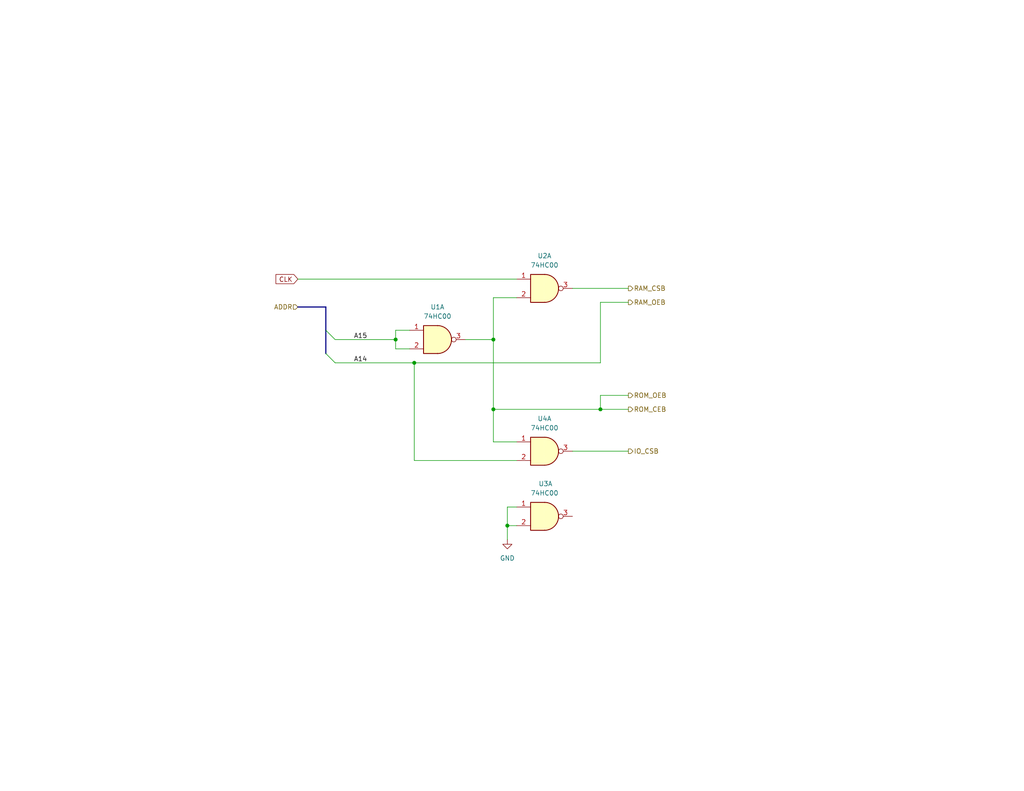
<source format=kicad_sch>
(kicad_sch (version 20231120) (generator "eeschema") (generator_version "8.0")
  (paper "A")
  (title_block (title "65C02 Single Board Computer"))
  (lib_symbols
    (symbol "74xx:74HC00" (pin_names (offset 1.016))
      (property "Reference" "U" (at 0 1.27 0))
      (property "Value" "74HC00" (at 0 -1.27 0))
      (symbol "74HC00_1_1"
        (arc (start 0 -3.81) (mid 3.7934 0) (end 0 3.81) (stroke (width 0.254)) (fill (type background)))
        (polyline (pts (xy 0 3.81) (xy -3.81 3.81) (xy -3.81 -3.81) (xy 0 -3.81)) (stroke (width 0.254)) (fill (type background)))
        (pin input line (at -7.62 2.54 0) (length 3.81) (name "~") (number "1"))
        (pin input line (at -7.62 -2.54 0) (length 3.81) (name "~") (number "2"))
        (pin output inverted (at 7.62 0 180) (length 3.81) (name "~") (number "3"))
      )
      (symbol "74HC00_1_2"
        (arc (start -3.81 -3.81) (mid -2.589 0) (end -3.81 3.81) (stroke (width 0.254)))
        (arc (start -0.6096 -3.81) (mid 2.1842 -2.5851) (end 3.81 0) (stroke (width 0.254)) (fill (type background)))
        (polyline (pts (xy -3.81 -3.81) (xy -0.635 -3.81)) (stroke (width 0.254)) (fill (type background)))
        (polyline (pts (xy -3.81 3.81) (xy -0.635 3.81)) (stroke (width 0.254)) (fill (type background)))
        (polyline (pts (xy -0.635 3.81) (xy -3.81 3.81) (xy -3.81 3.81) (xy -3.556 3.4036) (xy -3.0226 2.2606) (xy -2.6924 1.0414) (xy -2.6162 -0.254) (xy -2.7686 -1.4986) (xy -3.175 -2.7178) (xy -3.81 -3.81) (xy -3.81 -3.81) (xy -0.635 -3.81)) (stroke (width -25.4)) (fill (type background)))
        (arc (start 3.81 0) (mid 2.1915 2.5936) (end -0.6096 3.81) (stroke (width 0.254)) (fill (type background)))
        (pin input inverted (at -7.62 2.54 0) (length 4.318) (name "~") (number "1"))
        (pin input inverted (at -7.62 -2.54 0) (length 4.318) (name "~") (number "2"))
        (pin output line (at 7.62 0 180) (length 3.81) (name "~") (number "3"))
      )
      (symbol "74HC00_2_1"
        (arc (start 0 -3.81) (mid 3.7934 0) (end 0 3.81) (stroke (width 0.254)) (fill (type background)))
        (polyline (pts (xy 0 3.81) (xy -3.81 3.81) (xy -3.81 -3.81) (xy 0 -3.81)) (stroke (width 0.254)) (fill (type background)))
        (pin input line (at -7.62 2.54 0) (length 3.81) (name "~") (number "4"))
        (pin input line (at -7.62 -2.54 0) (length 3.81) (name "~") (number "5"))
        (pin output inverted (at 7.62 0 180) (length 3.81) (name "~") (number "6"))
      )
      (symbol "74HC00_2_2"
        (arc (start -3.81 -3.81) (mid -2.589 0) (end -3.81 3.81) (stroke (width 0.254)))
        (arc (start -0.6096 -3.81) (mid 2.1842 -2.5851) (end 3.81 0) (stroke (width 0.254)) (fill (type background)))
        (polyline (pts (xy -3.81 -3.81) (xy -0.635 -3.81)) (stroke (width 0.254)) (fill (type background)))
        (polyline (pts (xy -3.81 3.81) (xy -0.635 3.81)) (stroke (width 0.254)) (fill (type background)))
        (polyline (pts (xy -0.635 3.81) (xy -3.81 3.81) (xy -3.81 3.81) (xy -3.556 3.4036) (xy -3.0226 2.2606) (xy -2.6924 1.0414) (xy -2.6162 -0.254) (xy -2.7686 -1.4986) (xy -3.175 -2.7178) (xy -3.81 -3.81) (xy -3.81 -3.81) (xy -0.635 -3.81)) (stroke (width -25.4)) (fill (type background)))
        (arc (start 3.81 0) (mid 2.1915 2.5936) (end -0.6096 3.81) (stroke (width 0.254)) (fill (type background)))
        (pin input inverted (at -7.62 2.54 0) (length 4.318) (name "~") (number "4"))
        (pin input inverted (at -7.62 -2.54 0) (length 4.318) (name "~") (number "5"))
        (pin output line (at 7.62 0 180) (length 3.81) (name "~") (number "6"))
      )
      (symbol "74HC00_3_1"
        (arc (start 0 -3.81) (mid 3.7934 0) (end 0 3.81) (stroke (width 0.254)) (fill (type background)))
        (polyline (pts (xy 0 3.81) (xy -3.81 3.81) (xy -3.81 -3.81) (xy 0 -3.81)) (stroke (width 0.254)) (fill (type background)))
        (pin input line (at -7.62 -2.54 0) (length 3.81) (name "~") (number "10"))
        (pin output inverted (at 7.62 0 180) (length 3.81) (name "~") (number "8"))
        (pin input line (at -7.62 2.54 0) (length 3.81) (name "~") (number "9"))
      )
      (symbol "74HC00_3_2"
        (arc (start -3.81 -3.81) (mid -2.589 0) (end -3.81 3.81) (stroke (width 0.254)))
        (arc (start -0.6096 -3.81) (mid 2.1842 -2.5851) (end 3.81 0) (stroke (width 0.254)) (fill (type background)))
        (polyline (pts (xy -3.81 -3.81) (xy -0.635 -3.81)) (stroke (width 0.254)) (fill (type background)))
        (polyline (pts (xy -3.81 3.81) (xy -0.635 3.81)) (stroke (width 0.254)) (fill (type background)))
        (polyline (pts (xy -0.635 3.81) (xy -3.81 3.81) (xy -3.81 3.81) (xy -3.556 3.4036) (xy -3.0226 2.2606) (xy -2.6924 1.0414) (xy -2.6162 -0.254) (xy -2.7686 -1.4986) (xy -3.175 -2.7178) (xy -3.81 -3.81) (xy -3.81 -3.81) (xy -0.635 -3.81)) (stroke (width -25.4)) (fill (type background)))
        (arc (start 3.81 0) (mid 2.1915 2.5936) (end -0.6096 3.81) (stroke (width 0.254)) (fill (type background)))
        (pin input inverted (at -7.62 -2.54 0) (length 4.318) (name "~") (number "10"))
        (pin output line (at 7.62 0 180) (length 3.81) (name "~") (number "8"))
        (pin input inverted (at -7.62 2.54 0) (length 4.318) (name "~") (number "9"))
      )
      (symbol "74HC00_4_1"
        (arc (start 0 -3.81) (mid 3.7934 0) (end 0 3.81) (stroke (width 0.254)) (fill (type background)))
        (polyline (pts (xy 0 3.81) (xy -3.81 3.81) (xy -3.81 -3.81) (xy 0 -3.81)) (stroke (width 0.254)) (fill (type background)))
        (pin output inverted (at 7.62 0 180) (length 3.81) (name "~") (number "11"))
        (pin input line (at -7.62 2.54 0) (length 3.81) (name "~") (number "12"))
        (pin input line (at -7.62 -2.54 0) (length 3.81) (name "~") (number "13"))
      )
      (symbol "74HC00_4_2"
        (arc (start -3.81 -3.81) (mid -2.589 0) (end -3.81 3.81) (stroke (width 0.254)))
        (arc (start -0.6096 -3.81) (mid 2.1842 -2.5851) (end 3.81 0) (stroke (width 0.254)) (fill (type background)))
        (polyline (pts (xy -3.81 -3.81) (xy -0.635 -3.81)) (stroke (width 0.254)) (fill (type background)))
        (polyline (pts (xy -3.81 3.81) (xy -0.635 3.81)) (stroke (width 0.254)) (fill (type background)))
        (polyline (pts (xy -0.635 3.81) (xy -3.81 3.81) (xy -3.81 3.81) (xy -3.556 3.4036) (xy -3.0226 2.2606) (xy -2.6924 1.0414) (xy -2.6162 -0.254) (xy -2.7686 -1.4986) (xy -3.175 -2.7178) (xy -3.81 -3.81) (xy -3.81 -3.81) (xy -0.635 -3.81)) (stroke (width -25.4)) (fill (type background)))
        (arc (start 3.81 0) (mid 2.1915 2.5936) (end -0.6096 3.81) (stroke (width 0.254)) (fill (type background)))
        (pin output line (at 7.62 0 180) (length 3.81) (name "~") (number "11"))
        (pin input inverted (at -7.62 2.54 0) (length 4.318) (name "~") (number "12"))
        (pin input inverted (at -7.62 -2.54 0) (length 4.318) (name "~") (number "13"))
      )
      (symbol "74HC00_5_0"
        (pin power_in line (at 0 12.7 270) (length 5.08) (name "VCC") (number "14"))
        (pin power_in line (at 0 -12.7 90) (length 5.08) (name "GND") (number "7"))
      )
      (symbol "74HC00_5_1"
        (rectangle (start -5.08 7.62) (end 5.08 -7.62) (stroke (width 0.254)) (fill (type background)))
      )
    )
    (symbol "power:GND" (power) (pin_numbers hide) (pin_names (offset 0) hide)
      (property "Value" "GND" (at 0 -3.81 0))
      (symbol "GND_0_1"
        (polyline (pts (xy 0 0) (xy 0 -1.27) (xy 1.27 -1.27) (xy 0 -2.54) (xy -1.27 -1.27) (xy 0 -1.27)))
      )
      (symbol "GND_1_1"
        (pin power_in line (at 0 0 270) (length 0) (name "~") (number "1"))
      )
    )
  )
  (junction (at 134.62 111.76))
  (junction (at 163.83 111.76))
  (junction (at 134.62 92.71))
  (junction (at 107.95 92.71))
  (junction (at 138.43 143.51))
  (junction (at 113.03 99.06))
  (bus_entry (at 88.9 90.17) (size 2.54 2.54))
  (bus_entry (at 88.9 96.52) (size 2.54 2.54))
  (wire (pts (xy 107.95 90.17) (xy 107.95 92.71)))
  (wire (pts (xy 171.45 82.55) (xy 163.83 82.55)))
  (wire (pts (xy 134.62 120.65) (xy 140.97 120.65)))
  (wire (pts (xy 138.43 143.51) (xy 140.97 143.51)))
  (wire (pts (xy 156.21 123.19) (xy 171.45 123.19)))
  (wire (pts (xy 107.95 95.25) (xy 111.76 95.25)))
  (wire (pts (xy 163.83 107.95) (xy 171.45 107.95)))
  (wire (pts (xy 113.03 125.73) (xy 113.03 99.06)))
  (wire (pts (xy 134.62 111.76) (xy 163.83 111.76)))
  (wire (pts (xy 134.62 92.71) (xy 134.62 81.28)))
  (bus (pts (xy 81.28 83.82) (xy 88.9 83.82)))
  (wire (pts (xy 107.95 92.71) (xy 107.95 95.25)))
  (wire (pts (xy 140.97 138.43) (xy 138.43 138.43)))
  (wire (pts (xy 134.62 81.28) (xy 140.97 81.28)))
  (bus (pts (xy 88.9 90.17) (xy 88.9 96.52)))
  (bus (pts (xy 88.9 83.82) (xy 88.9 90.17)))
  (wire (pts (xy 134.62 111.76) (xy 134.62 120.65)))
  (wire (pts (xy 163.83 99.06) (xy 113.03 99.06)))
  (wire (pts (xy 156.21 78.74) (xy 171.45 78.74)))
  (wire (pts (xy 111.76 90.17) (xy 107.95 90.17)))
  (wire (pts (xy 91.44 92.71) (xy 107.95 92.71)))
  (wire (pts (xy 113.03 99.06) (xy 91.44 99.06)))
  (wire (pts (xy 163.83 82.55) (xy 163.83 99.06)))
  (wire (pts (xy 140.97 125.73) (xy 113.03 125.73)))
  (wire (pts (xy 138.43 143.51) (xy 138.43 147.32)))
  (wire (pts (xy 134.62 92.71) (xy 134.62 111.76)))
  (wire (pts (xy 163.83 111.76) (xy 171.45 111.76)))
  (wire (pts (xy 140.97 76.2) (xy 81.28 76.2)))
  (wire (pts (xy 127 92.71) (xy 134.62 92.71)))
  (wire (pts (xy 138.43 138.43) (xy 138.43 143.51)))
  (wire (pts (xy 163.83 107.95) (xy 163.83 111.76)))
  (label "A14" (at 96.52 99.06 0))
  (label "A15" (at 96.52 92.71 0))
  (global_label "CLK" (shape input) (at 81.28 76.2 180) (property "Intersheetrefs" "${INTERSHEET_REFS}" (effects (hide yes))))
  (hierarchical_label "ROM_OEB" (shape output) (at 171.45 107.95 0))
  (hierarchical_label "RAM_CSB" (shape output) (at 171.45 78.74 0))
  (hierarchical_label "IO_CSB" (shape output) (at 171.45 123.19 0))
  (hierarchical_label "ROM_CEB" (shape output) (at 171.45 111.76 0))
  (hierarchical_label "ADDR" (shape input) (at 81.28 83.82 180))
  (hierarchical_label "RAM_OEB" (shape output) (at 171.45 82.55 0))
  (symbol (lib_id "74xx:74HC00") (at 148.59 78.74 0) (unit 1)
    (property "Reference" "U2" (at 148.5817 69.85 0))
    (property "Value" "74HC00" (at 148.5817 72.39 0))
    (property "Datasheet" "http://www.ti.com/lit/gpn/sn74hc00" (effects (hide yes)))
    (property "Description" "quad 2-input NAND gate" (effects (hide yes)))
  )
  (symbol (lib_id "74xx:74HC00") (at 119.38 92.71 0) (unit 1)
    (property "Reference" "U1" (at 119.3717 83.82 0))
    (property "Value" "74HC00" (at 119.3717 86.36 0))
    (property "Datasheet" "http://www.ti.com/lit/gpn/sn74hc00" (effects (hide yes)))
    (property "Description" "quad 2-input NAND gate" (effects (hide yes)))
  )
  (symbol (lib_id "74xx:74HC00") (at 148.59 140.97 0) (unit 1)
    (property "Reference" "U3" (at 148.844 132.08 0))
    (property "Value" "74HC00" (at 148.5817 134.62 0))
    (property "Datasheet" "http://www.ti.com/lit/gpn/sn74hc00" (effects (hide yes)))
    (property "Description" "quad 2-input NAND gate" (effects (hide yes)))
  )
  (symbol (lib_id "power:GND") (at 138.43 147.32 0) (unit 1)
    (property "Reference" "#PWR03" (effects (hide yes)))
    (property "Value" "GND" (at 138.43 152.4 0))
    (property "Description" "Power symbol creates a global label with name \"GND\" , ground" (effects (hide yes)))
  )
  (symbol (lib_id "74xx:74HC00") (at 148.59 123.19 0) (unit 1)
    (property "Reference" "U4" (at 148.5817 114.3 0))
    (property "Value" "74HC00" (at 148.5817 116.84 0))
    (property "Datasheet" "http://www.ti.com/lit/gpn/sn74hc00" (effects (hide yes)))
    (property "Description" "quad 2-input NAND gate" (effects (hide yes)))
  )
)
</source>
